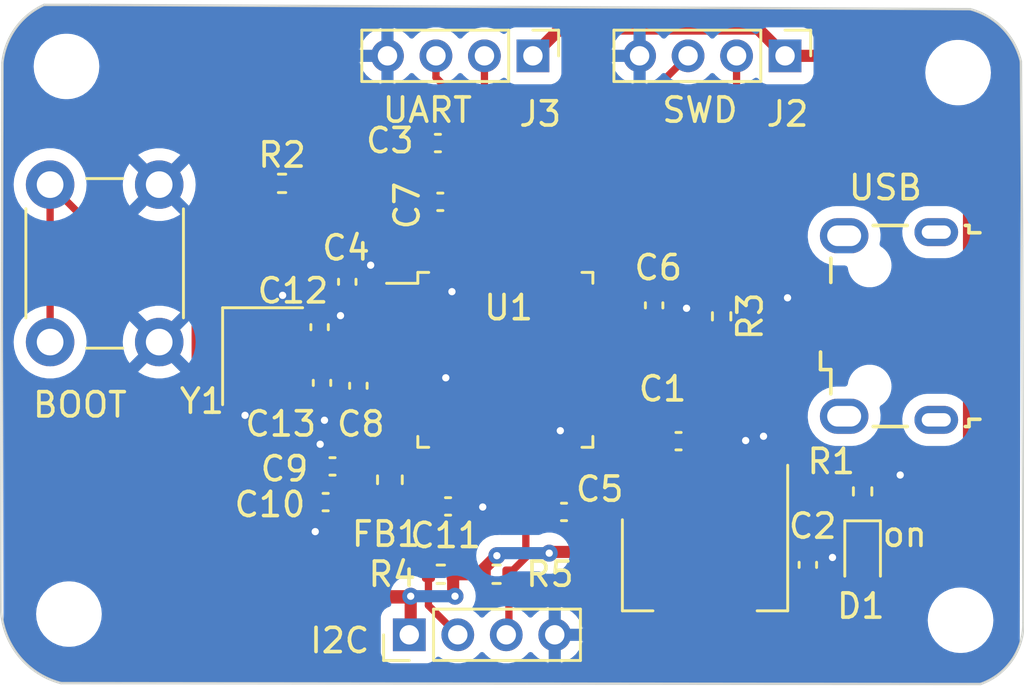
<source format=kicad_pcb>
(kicad_pcb (version 20221018) (generator pcbnew)
  (layers (0 "F.Cu" signal) (31 "B.Cu" power) (34 "B.Paste" user) (35 "F.Paste" user) (36 "B.SilkS" user "B.Silkscreen") (37 "F.SilkS" user "F.Silkscreen") (38 "B.Mask" user) (39 "F.Mask" user) (44 "Edge.Cuts" user))
  (net 0 "")
  (net 1 "+3.3V")
  (net 2 "GND")
  (net 3 "+3.3VA")
  (net 4 "/NRST")
  (net 5 "/HSE_IN")
  (net 6 "/HSE_OUT")
  (net 7 "VBUS")
  (net 8 "/PWR_LED_K")
  (net 9 "/USB_D-")
  (net 10 "/USB_D+")
  (net 13 "/SWDIO")
  (net 14 "/SWCLK")
  (net 15 "/USART1_TX")
  (net 16 "/USART1_RX")
  (net 17 "/I2C_SCL")
  (net 18 "/I2C_SDA")
  (net 19 "/SW_BOOTO")
  (net 20 "/BOOTO")
  (footprint "Resistor_SMD:R_0402_1005Metric" (layer "F.Cu") (at 150.9 96.18 90)
    (fp_text reference "R1" (at 1.2348 -1.294 180) (layer "F.SilkS"))
    (fp_text value "1k5" hide)
    (fp_line (start -0.153641 -0.38) (end 0.153641 -0.38) (stroke (width 0.12)) (layer "F.SilkS"))
    (fp_line (start -0.153641 0.38) (end 0.153641 0.38) (stroke (width 0.12)) (layer "F.SilkS"))
    (pad "1" smd roundrect (at -0.51 0 90) (size 0.54 0.64) (layers "F.Cu" "F.Paste" "F.Mask") (net 8 "/PWR_LED_K"))
    (pad "2" smd roundrect (at 0.51 0 90) (size 0.54 0.64) (layers "F.Cu" "F.Paste" "F.Mask") (net 2 "GND"))
  )
  (footprint "Package_QFP:LQFP-48_7x7mm_P0.5mm" (layer "F.Cu") (at 136.1625 90.75)
    (fp_text reference "U1" (at 0.1339 -2.1548) (layer "F.SilkS"))
    (fp_text value "STM32F103C8" hide)
    (fp_line (start -3.61 -3.61) (end -3.61 -3.16) (stroke (width 0.12)) (layer "F.SilkS"))
    (fp_line (start -3.61 -3.16) (end -4.9 -3.16) (stroke (width 0.12)) (layer "F.SilkS"))
    (fp_line (start -3.61 3.61) (end -3.61 3.16) (stroke (width 0.12)) (layer "F.SilkS"))
    (fp_line (start -3.16 -3.61) (end -3.61 -3.61) (stroke (width 0.12)) (layer "F.SilkS"))
    (fp_line (start -3.16 3.61) (end -3.61 3.61) (stroke (width 0.12)) (layer "F.SilkS"))
    (fp_line (start 3.16 -3.61) (end 3.61 -3.61) (stroke (width 0.12)) (layer "F.SilkS"))
    (fp_line (start 3.16 3.61) (end 3.61 3.61) (stroke (width 0.12)) (layer "F.SilkS"))
    (fp_line (start 3.61 -3.61) (end 3.61 -3.16) (stroke (width 0.12)) (layer "F.SilkS"))
    (fp_line (start 3.61 3.61) (end 3.61 3.16) (stroke (width 0.12)) (layer "F.SilkS"))
    (pad "1" smd roundrect (at -4.1625 -2.75) (size 1.475 0.3) (layers "F.Cu" "F.Paste" "F.Mask") (net 1 "+3.3V"))
    (pad "2" smd roundrect (at -4.1625 -2.25) (size 1.475 0.3) (layers "F.Cu" "F.Paste" "F.Mask"))
    (pad "3" smd roundrect (at -4.1625 -1.75) (size 1.475 0.3) (layers "F.Cu" "F.Paste" "F.Mask"))
    (pad "4" smd roundrect (at -4.1625 -1.25) (size 1.475 0.3) (layers "F.Cu" "F.Paste" "F.Mask"))
    (pad "5" smd roundrect (at -4.1625 -0.75) (size 1.475 0.3) (layers "F.Cu" "F.Paste" "F.Mask") (net 5 "/HSE_IN"))
    (pad "6" smd roundrect (at -4.1625 -0.25) (size 1.475 0.3) (layers "F.Cu" "F.Paste" "F.Mask") (net 6 "/HSE_OUT"))
    (pad "7" smd roundrect (at -4.1625 0.25) (size 1.475 0.3) (layers "F.Cu" "F.Paste" "F.Mask") (net 4 "/NRST"))
    (pad "8" smd roundrect (at -4.1625 0.75) (size 1.475 0.3) (layers "F.Cu" "F.Paste" "F.Mask") (net 2 "GND"))
    (pad "9" smd roundrect (at -4.1625 1.25) (size 1.475 0.3) (layers "F.Cu" "F.Paste" "F.Mask") (net 3 "+3.3VA"))
    (pad "10" smd roundrect (at -4.1625 1.75) (size 1.475 0.3) (layers "F.Cu" "F.Paste" "F.Mask"))
    (pad "11" smd roundrect (at -4.1625 2.25) (size 1.475 0.3) (layers "F.Cu" "F.Paste" "F.Mask"))
    (pad "12" smd roundrect (at -4.1625 2.75) (size 1.475 0.3) (layers "F.Cu" "F.Paste" "F.Mask"))
    (pad "13" smd roundrect (at -2.75 4.1625) (size 0.3 1.475) (layers "F.Cu" "F.Paste" "F.Mask"))
    (pad "14" smd roundrect (at -2.25 4.1625) (size 0.3 1.475) (layers "F.Cu" "F.Paste" "F.Mask"))
    (pad "15" smd roundrect (at -1.75 4.1625) (size 0.3 1.475) (layers "F.Cu" "F.Paste" "F.Mask"))
    (pad "16" smd roundrect (at -1.25 4.1625) (size 0.3 1.475) (layers "F.Cu" "F.Paste" "F.Mask"))
    (pad "17" smd roundrect (at -0.75 4.1625) (size 0.3 1.475) (layers "F.Cu" "F.Paste" "F.Mask"))
    (pad "18" smd roundrect (at -0.25 4.1625) (size 0.3 1.475) (layers "F.Cu" "F.Paste" "F.Mask"))
    (pad "19" smd roundrect (at 0.25 4.1625) (size 0.3 1.475) (layers "F.Cu" "F.Paste" "F.Mask"))
    (pad "20" smd roundrect (at 0.75 4.1625) (size 0.3 1.475) (layers "F.Cu" "F.Paste" "F.Mask"))
    (pad "21" smd roundrect (at 1.25 4.1625) (size 0.3 1.475) (layers "F.Cu" "F.Paste" "F.Mask") (net 17 "/I2C_SCL"))
    (pad "22" smd roundrect (at 1.75 4.1625) (size 0.3 1.475) (layers "F.Cu" "F.Paste" "F.Mask") (net 18 "/I2C_SDA"))
    (pad "23" smd roundrect (at 2.25 4.1625) (size 0.3 1.475) (layers "F.Cu" "F.Paste" "F.Mask") (net 2 "GND"))
    (pad "24" smd roundrect (at 2.75 4.1625) (size 0.3 1.475) (layers "F.Cu" "F.Paste" "F.Mask") (net 1 "+3.3V"))
    (pad "25" smd roundrect (at 4.1625 2.75) (size 1.475 0.3) (layers "F.Cu" "F.Paste" "F.Mask"))
    (pad "26" smd roundrect (at 4.1625 2.25) (size 1.475 0.3) (layers "F.Cu" "F.Paste" "F.Mask"))
    (pad "27" smd roundrect (at 4.1625 1.75) (size 1.475 0.3) (layers "F.Cu" "F.Paste" "F.Mask"))
    (pad "28" smd roundrect (at 4.1625 1.25) (size 1.475 0.3) (layers "F.Cu" "F.Paste" "F.Mask"))
    (pad "29" smd roundrect (at 4.1625 0.75) (size 1.475 0.3) (layers "F.Cu" "F.Paste" "F.Mask"))
    (pad "30" smd roundrect (at 4.1625 0.25) (size 1.475 0.3) (layers "F.Cu" "F.Paste" "F.Mask"))
    (pad "31" smd roundrect (at 4.1625 -0.25) (size 1.475 0.3) (layers "F.Cu" "F.Paste" "F.Mask"))
    (pad "32" smd roundrect (at 4.1625 -0.75) (size 1.475 0.3) (layers "F.Cu" "F.Paste" "F.Mask") (net 9 "/USB_D-"))
    (pad "33" smd roundrect (at 4.1625 -1.25) (size 1.475 0.3) (layers "F.Cu" "F.Paste" "F.Mask") (net 10 "/USB_D+"))
    (pad "34" smd roundrect (at 4.1625 -1.75) (size 1.475 0.3) (layers "F.Cu" "F.Paste" "F.Mask") (net 13 "/SWDIO"))
    (pad "35" smd roundrect (at 4.1625 -2.25) (size 1.475 0.3) (layers "F.Cu" "F.Paste" "F.Mask") (net 2 "GND"))
    (pad "36" smd roundrect (at 4.1625 -2.75) (size 1.475 0.3) (layers "F.Cu" "F.Paste" "F.Mask") (net 1 "+3.3V"))
    (pad "37" smd roundrect (at 2.75 -4.1625) (size 0.3 1.475) (layers "F.Cu" "F.Paste" "F.Mask") (net 14 "/SWCLK"))
    (pad "38" smd roundrect (at 2.25 -4.1625) (size 0.3 1.475) (layers "F.Cu" "F.Paste" "F.Mask"))
    (pad "39" smd roundrect (at 1.75 -4.1625) (size 0.3 1.475) (layers "F.Cu" "F.Paste" "F.Mask"))
    (pad "40" smd roundrect (at 1.25 -4.1625) (size 0.3 1.475) (layers "F.Cu" "F.Paste" "F.Mask"))
    (pad "41" smd roundrect (at 0.75 -4.1625) (size 0.3 1.475) (layers "F.Cu" "F.Paste" "F.Mask"))
    (pad "42" smd roundrect (at 0.25 -4.1625) (size 0.3 1.475) (layers "F.Cu" "F.Paste" "F.Mask") (net 15 "/USART1_TX"))
    (pad "43" smd roundrect (at -0.25 -4.1625) (size 0.3 1.475) (layers "F.Cu" "F.Paste" "F.Mask") (net 16 "/USART1_RX"))
    (pad "44" smd roundrect (at -0.75 -4.1625) (size 0.3 1.475) (layers "F.Cu" "F.Paste" "F.Mask") (net 20 "/BOOTO"))
    (pad "45" smd roundrect (at -1.25 -4.1625) (size 0.3 1.475) (layers "F.Cu" "F.Paste" "F.Mask"))
    (pad "46" smd roundrect (at -1.75 -4.1625) (size 0.3 1.475) (layers "F.Cu" "F.Paste" "F.Mask"))
    (pad "47" smd roundrect (at -2.25 -4.1625) (size 0.3 1.475) (layers "F.Cu" "F.Paste" "F.Mask") (net 2 "GND"))
    (pad "48" smd roundrect (at -2.75 -4.1625) (size 0.3 1.475) (layers "F.Cu" "F.Paste" "F.Mask") (net 1 "+3.3V"))
  )
  (footprint "Resistor_SMD:R_0402_1005Metric" (layer "F.Cu") (at 145.0848 88.9528 -90)
    (fp_text reference "R3" (at 0 -1.17 90) (layer "F.SilkS"))
    (fp_text value "1k5" hide)
    (fp_line (start -0.153641 -0.38) (end 0.153641 -0.38) (stroke (width 0.12)) (layer "F.SilkS"))
    (fp_line (start -0.153641 0.38) (end 0.153641 0.38) (stroke (width 0.12)) (layer "F.SilkS"))
    (pad "1" smd roundrect (at -0.51 0 270) (size 0.54 0.64) (layers "F.Cu" "F.Paste" "F.Mask") (net 1 "+3.3V"))
    (pad "2" smd roundrect (at 0.51 0 270) (size 0.54 0.64) (layers "F.Cu" "F.Paste" "F.Mask") (net 10 "/USB_D+"))
  )
  (footprint "Capacitor_SMD:C_0402_1005Metric" (layer "F.Cu") (at 142.3 88.5 -90)
    (fp_text reference "C6" (at -1.5558 -0.1686 -180) (layer "F.SilkS"))
    (fp_text value "100n" hide)
    (fp_line (start -0.107836 -0.36) (end 0.107836 -0.36) (stroke (width 0.12)) (layer "F.SilkS"))
    (fp_line (start -0.107836 0.36) (end 0.107836 0.36) (stroke (width 0.12)) (layer "F.SilkS"))
    (pad "1" smd roundrect (at -0.48 0 270) (size 0.56 0.62) (layers "F.Cu" "F.Paste" "F.Mask") (net 1 "+3.3V"))
    (pad "2" smd roundrect (at 0.48 0 270) (size 0.56 0.62) (layers "F.Cu" "F.Paste" "F.Mask") (net 2 "GND"))
  )
  (footprint "Capacitor_SMD:C_0402_1005Metric" (layer "F.Cu") (at 133.38 81.8)
    (fp_text reference "C3" (at -1.98 -0.1) (layer "F.SilkS"))
    (fp_text value "10u" hide)
    (fp_line (start -0.107836 -0.36) (end 0.107836 -0.36) (stroke (width 0.12)) (layer "F.SilkS"))
    (fp_line (start -0.107836 0.36) (end 0.107836 0.36) (stroke (width 0.12)) (layer "F.SilkS"))
    (pad "1" smd roundrect (at -0.48 0) (size 0.56 0.62) (layers "F.Cu" "F.Paste" "F.Mask") (net 1 "+3.3V"))
    (pad "2" smd roundrect (at 0.48 0) (size 0.56 0.62) (layers "F.Cu" "F.Paste" "F.Mask") (net 2 "GND"))
  )
  (footprint "Capacitor_SMD:C_0402_1005Metric" (layer "F.Cu") (at 148.6408 99.2124 90)
    (fp_text reference "C2" (at 1.6 0.2 180) (layer "F.SilkS"))
    (fp_text value "22u" hide)
    (fp_line (start -0.107836 -0.36) (end 0.107836 -0.36) (stroke (width 0.12)) (layer "F.SilkS"))
    (fp_line (start -0.107836 0.36) (end 0.107836 0.36) (stroke (width 0.12)) (layer "F.SilkS"))
    (pad "1" smd roundrect (at -0.48 0 90) (size 0.56 0.62) (layers "F.Cu" "F.Paste" "F.Mask") (net 1 "+3.3V"))
    (pad "2" smd roundrect (at 0.48 0 90) (size 0.56 0.62) (layers "F.Cu" "F.Paste" "F.Mask") (net 2 "GND"))
  )
  (footprint "Resistor_SMD:R_0402_1005Metric" (layer "F.Cu") (at 126.9512 83.4644)
    (fp_text reference "R2" (at 0 -1.17) (layer "F.SilkS"))
    (fp_text value "10k" hide)
    (fp_line (start -0.153641 -0.38) (end 0.153641 -0.38) (stroke (width 0.12)) (layer "F.SilkS"))
    (fp_line (start -0.153641 0.38) (end 0.153641 0.38) (stroke (width 0.12)) (layer "F.SilkS"))
    (pad "1" smd roundrect (at -0.51 0) (size 0.54 0.64) (layers "F.Cu" "F.Paste" "F.Mask") (net 19 "/SW_BOOTO"))
    (pad "2" smd roundrect (at 0.51 0) (size 0.54 0.64) (layers "F.Cu" "F.Paste" "F.Mask") (net 20 "/BOOTO"))
  )
  (footprint "Resistor_SMD:R_0402_1005Metric" (layer "F.Cu") (at 133.5 99.6 180)
    (fp_text reference "R4" (at 2 0) (layer "F.SilkS"))
    (fp_text value "1k5" hide)
    (fp_line (start -0.153641 -0.38) (end 0.153641 -0.38) (stroke (width 0.12)) (layer "F.SilkS"))
    (fp_line (start -0.153641 0.38) (end 0.153641 0.38) (stroke (width 0.12)) (layer "F.SilkS"))
    (pad "1" smd roundrect (at -0.51 0 180) (size 0.54 0.64) (layers "F.Cu" "F.Paste" "F.Mask") (net 1 "+3.3V"))
    (pad "2" smd roundrect (at 0.51 0 180) (size 0.54 0.64) (layers "F.Cu" "F.Paste" "F.Mask") (net 17 "/I2C_SCL"))
  )
  (footprint "Capacitor_SMD:C_0402_1005Metric" (layer "F.Cu") (at 133.8 96.8)
    (fp_text reference "C11" (at -0.1 1.2) (layer "F.SilkS"))
    (fp_text value "100n" hide)
    (fp_line (start -0.107836 -0.36) (end 0.107836 -0.36) (stroke (width 0.12)) (layer "F.SilkS"))
    (fp_line (start -0.107836 0.36) (end 0.107836 0.36) (stroke (width 0.12)) (layer "F.SilkS"))
    (pad "1" smd roundrect (at -0.48 0) (size 0.56 0.62) (layers "F.Cu" "F.Paste" "F.Mask") (net 4 "/NRST"))
    (pad "2" smd roundrect (at 0.48 0) (size 0.56 0.62) (layers "F.Cu" "F.Paste" "F.Mask") (net 2 "GND"))
  )
  (footprint "Capacitor_SMD:C_0402_1005Metric" (layer "F.Cu") (at 133.4796 84.2264)
    (fp_text reference "C7" (at -1.3716 0.1524 90) (layer "F.SilkS"))
    (fp_text value "100n" hide)
    (fp_line (start -0.107836 -0.36) (end 0.107836 -0.36) (stroke (width 0.12)) (layer "F.SilkS"))
    (fp_line (start -0.107836 0.36) (end 0.107836 0.36) (stroke (width 0.12)) (layer "F.SilkS"))
    (pad "1" smd roundrect (at -0.48 0) (size 0.56 0.62) (layers "F.Cu" "F.Paste" "F.Mask") (net 1 "+3.3V"))
    (pad "2" smd roundrect (at 0.48 0) (size 0.56 0.62) (layers "F.Cu" "F.Paste" "F.Mask") (net 2 "GND"))
  )
  (footprint "Capacitor_SMD:C_0402_1005Metric" (layer "F.Cu") (at 128.6 91.7 -90)
    (fp_text reference "C13" (at 1.6958 1.7016) (layer "F.SilkS"))
    (fp_text value "10p" hide)
    (fp_line (start -0.107836 -0.36) (end 0.107836 -0.36) (stroke (width 0.12)) (layer "F.SilkS"))
    (fp_line (start -0.107836 0.36) (end 0.107836 0.36) (stroke (width 0.12)) (layer "F.SilkS"))
    (pad "1" smd roundrect (at -0.48 0 270) (size 0.56 0.62) (layers "F.Cu" "F.Paste" "F.Mask") (net 6 "/HSE_OUT"))
    (pad "2" smd roundrect (at 0.48 0 270) (size 0.56 0.62) (layers "F.Cu" "F.Paste" "F.Mask") (net 2 "GND"))
  )
  (footprint "Capacitor_SMD:C_0402_1005Metric" (layer "F.Cu") (at 128.5 89.4 90)
    (fp_text reference "C12" (at 1.5 -1.1 180) (layer "F.SilkS"))
    (fp_text value "10p" hide)
    (fp_line (start -0.107836 -0.36) (end 0.107836 -0.36) (stroke (width 0.12)) (layer "F.SilkS"))
    (fp_line (start -0.107836 0.36) (end 0.107836 0.36) (stroke (width 0.12)) (layer "F.SilkS"))
    (pad "1" smd roundrect (at -0.48 0 90) (size 0.56 0.62) (layers "F.Cu" "F.Paste" "F.Mask") (net 5 "/HSE_IN"))
    (pad "2" smd roundrect (at 0.48 0 90) (size 0.56 0.62) (layers "F.Cu" "F.Paste" "F.Mask") (net 2 "GND"))
  )
  (footprint "Connector_PinHeader_2.00mm:PinHeader_1x04_P2.00mm_Vertical" (layer "F.Cu") (at 132.2 102.1 90)
    (fp_text reference "J4" hide)
    (fp_text value "Conn_01x04_Pin" hide)
    (fp_line (start -1.06 -1.06) (end 0 -1.06) (stroke (width 0.12)) (layer "F.SilkS"))
    (fp_line (start -1.06 0) (end -1.06 -1.06) (stroke (width 0.12)) (layer "F.SilkS"))
    (fp_line (start -1.06 1) (end -1.06 7.06) (stroke (width 0.12)) (layer "F.SilkS"))
    (fp_line (start -1.06 1) (end 1.06 1) (stroke (width 0.12)) (layer "F.SilkS"))
    (fp_line (start -1.06 7.06) (end 1.06 7.06) (stroke (width 0.12)) (layer "F.SilkS"))
    (fp_line (start 1.06 1) (end 1.06 7.06) (stroke (width 0.12)) (layer "F.SilkS"))
    (pad "1" thru_hole rect (at 0 0 90) (size 1.35 1.35) (drill 0.8) (layers "*.Cu" "*.Mask") (net 1 "+3.3V"))
    (pad "2" thru_hole oval (at 0 2 90) (size 1.35 1.35) (drill 0.8) (layers "*.Cu" "*.Mask") (net 17 "/I2C_SCL"))
    (pad "3" thru_hole oval (at 0 4 90) (size 1.35 1.35) (drill 0.8) (layers "*.Cu" "*.Mask") (net 18 "/I2C_SDA"))
    (pad "4" thru_hole oval (at 0 6 90) (size 1.35 1.35) (drill 0.8) (layers "*.Cu" "*.Mask") (net 2 "GND"))
  )
  (footprint "MountingHole:MountingHole_2.2mm_M2" (layer "F.Cu") (at 118.1608 101.2444)
    (fp_text reference "H2")
    (fp_text value "MountingHole" hide)
    (pad "" np_thru_hole circle (at 0 0) (size 2.2 2.2) (drill 2.2) (layers "*.Cu" "*.Mask"))
  )
  (footprint "MountingHole:MountingHole_2.2mm_M2" (layer "F.Cu") (at 154.8384 78.8924)
    (fp_text reference "H3")
    (fp_text value "MountingHole" hide)
    (pad "" np_thru_hole circle (at 0 0) (size 2.2 2.2) (drill 2.2) (layers "F&B.Cu" "*.Mask"))
  )
  (footprint "Capacitor_SMD:C_0402_1005Metric" (layer "F.Cu") (at 128.75 96.6216 180)
    (fp_text reference "C10" (at 2.3 -0.1) (layer "F.SilkS"))
    (fp_text value "1u" hide)
    (fp_line (start -0.107836 -0.36) (end 0.107836 -0.36) (stroke (width 0.12)) (layer "F.SilkS"))
    (fp_line (start -0.107836 0.36) (end 0.107836 0.36) (stroke (width 0.12)) (layer "F.SilkS"))
    (pad "1" smd roundrect (at -0.48 0 180) (size 0.56 0.62) (layers "F.Cu" "F.Paste" "F.Mask") (net 1 "+3.3V"))
    (pad "2" smd roundrect (at 0.48 0 180) (size 0.56 0.62) (layers "F.Cu" "F.Paste" "F.Mask") (net 2 "GND"))
  )
  (footprint "Connector_PinHeader_2.00mm:PinHeader_1x04_P2.00mm_Vertical" (layer "F.Cu") (at 147.7 78.2 -90)
    (fp_text reference "J2" (at 2.4 -0.1 -180) (layer "F.SilkS"))
    (fp_text value "Conn_01x04_Pin" hide)
    (fp_line (start -1.06 -1.06) (end 0 -1.06) (stroke (width 0.12)) (layer "F.SilkS"))
    (fp_line (start -1.06 0) (end -1.06 -1.06) (stroke (width 0.12)) (layer "F.SilkS"))
    (fp_line (start -1.06 1) (end -1.06 7.06) (stroke (width 0.12)) (layer "F.SilkS"))
    (fp_line (start -1.06 1) (end 1.06 1) (stroke (width 0.12)) (layer "F.SilkS"))
    (fp_line (start -1.06 7.06) (end 1.06 7.06) (stroke (width 0.12)) (layer "F.SilkS"))
    (fp_line (start 1.06 1) (end 1.06 7.06) (stroke (width 0.12)) (layer "F.SilkS"))
    (pad "1" thru_hole rect (at 0 0 270) (size 1.35 1.35) (drill 0.8) (layers "*.Cu" "*.Mask") (net 1 "+3.3V"))
    (pad "2" thru_hole oval (at 0 2 270) (size 1.35 1.35) (drill 0.8) (layers "*.Cu" "*.Mask") (net 13 "/SWDIO"))
    (pad "3" thru_hole oval (at 0 4 270) (size 1.35 1.35) (drill 0.8) (layers "*.Cu" "*.Mask") (net 14 "/SWCLK"))
    (pad "4" thru_hole oval (at 0 6 270) (size 1.35 1.35) (drill 0.8) (layers "*.Cu" "*.Mask") (net 2 "GND"))
  )
  (footprint "Resistor_SMD:R_0402_1005Metric" (layer "F.Cu") (at 135.8 99.6)
    (fp_text reference "R5" (at 2.2 0) (layer "F.SilkS"))
    (fp_text value "1k5" hide)
    (fp_line (start -0.153641 -0.38) (end 0.153641 -0.38) (stroke (width 0.12)) (layer "F.SilkS"))
    (fp_line (start -0.153641 0.38) (end 0.153641 0.38) (stroke (width 0.12)) (layer "F.SilkS"))
    (pad "1" smd roundrect (at -0.51 0) (size 0.54 0.64) (layers "F.Cu" "F.Paste" "F.Mask") (net 1 "+3.3V"))
    (pad "2" smd roundrect (at 0.51 0) (size 0.54 0.64) (layers "F.Cu" "F.Paste" "F.Mask") (net 18 "/I2C_SDA"))
  )
  (footprint "Connector_USB:USB_Micro-B_Wuerth_629105150521" (layer "F.Cu") (at 151.9886 89.3526 90)
    (fp_text reference "J1" hide)
    (fp_text value "USB_B_Micro" hide)
    (fp_line (start -4.15 -0.65) (end -4.15 0.75) (stroke (width 0.15)) (layer "F.SilkS"))
    (fp_line (start -4.15 3.15) (end -4.15 3.3) (stroke (width 0.15)) (layer "F.SilkS"))
    (fp_line (start -4.15 3.3) (end -3.85 3.3) (stroke (width 0.15)) (layer "F.SilkS"))
    (fp_line (start -3.85 3.3) (end -3.85 3.75) (stroke (width 0.15)) (layer "F.SilkS"))
    (fp_line (start -1.8 -2.825) (end -1.8 -2.4) (stroke (width 0.15)) (layer "F.SilkS"))
    (fp_line (start -1.8 -2.4) (end -2.8 -2.4) (stroke (width 0.15)) (layer "F.SilkS"))
    (fp_line (start -1.075 -2.825) (end -1.8 -2.825) (stroke (width 0.15)) (layer "F.SilkS"))
    (fp_line (start 1.8 -2.4) (end 2.8 -2.4) (stroke (width 0.15)) (layer "F.SilkS"))
    (fp_line (start 3.85 3.3) (end 4.15 3.3) (stroke (width 0.15)) (layer "F.SilkS"))
    (fp_line (start 3.85 3.75) (end 3.85 3.3) (stroke (width 0.15)) (layer "F.SilkS"))
    (fp_line (start 4.15 0.75) (end 4.15 -0.65) (stroke (width 0.15)) (layer "F.SilkS"))
    (fp_line (start 4.15 3.3) (end 4.15 3.15) (stroke (width 0.15)) (layer "F.SilkS"))
    (pad "" np_thru_hole oval (at -2.5 -0.8 90) (size 0.8 0.8) (drill 0.8) (layers "*.Cu" "*.Mask"))
    (pad "" np_thru_hole oval (at 2.5 -0.8 90) (size 0.8 0.8) (drill 0.8) (layers "*.Cu" "*.Mask"))
    (pad "1" smd rect (at -1.3 -1.9 90) (size 0.45 1.3) (layers "F.Cu" "F.Paste" "F.Mask") (net 7 "VBUS"))
    (pad "2" smd rect (at -0.65 -1.9 90) (size 0.45 1.3) (layers "F.Cu" "F.Paste" "F.Mask") (net 9 "/USB_D-"))
    (pad "3" smd rect (at 0 -1.9 90) (size 0.45 1.3) (layers "F.Cu" "F.Paste" "F.Mask") (net 10 "/USB_D+"))
    (pad "4" smd rect (at 0.65 -1.9 90) (size 0.45 1.3) (layers "F.Cu" "F.Paste" "F.Mask"))
    (pad "5" smd rect (at 1.3 -1.9 90) (size 0.45 1.3) (layers "F.Cu" "F.Paste" "F.Mask") (net 2 "GND"))
    (pad "6" thru_hole oval (at -3.875 1.95 90) (size 1.15 1.8) (drill oval 0.55 1.2) (layers "*.Cu" "*.Mask"))
    (pad "6" thru_hole oval (at -3.725 -1.85 90) (size 1.45 2) (drill oval 0.85 1.4) (layers "*.Cu" "*.Mask"))
    (pad "6" thru_hole oval (at 3.725 -1.85 90) (size 1.45 2) (drill oval 0.85 1.4) (layers "*.Cu" "*.Mask"))
    (pad "6" thru_hole oval (at 3.875 1.95 90) (size 1.15 1.8) (drill oval 0.55 1.2) (layers "*.Cu" "*.Mask"))
  )
  (footprint "Capacitor_SMD:C_0402_1005Metric" (layer "F.Cu") (at 138.5824 97.028 180)
    (fp_text reference "C5" (at -1.4732 0.9398) (layer "F.SilkS"))
    (fp_text value "100n" hide)
    (fp_line (start -0.107836 -0.36) (end 0.107836 -0.36) (stroke (width 0.12)) (layer "F.SilkS"))
    (fp_line (start -0.107836 0.36) (end 0.107836 0.36) (stroke (width 0.12)) (layer "F.SilkS"))
    (pad "1" smd roundrect (at -0.48 0 180) (size 0.56 0.62) (layers "F.Cu" "F.Paste" "F.Mask") (net 1 "+3.3V"))
    (pad "2" smd roundrect (at 0.48 0 180) (size 0.56 0.62) (layers "F.Cu" "F.Paste" "F.Mask") (net 2 "GND"))
  )
  (footprint "Capacitor_SMD:C_0402_1005Metric" (layer "F.Cu") (at 130.1 91.82 90)
    (fp_text reference "C8" (at -1.58 0.1 180) (layer "F.SilkS"))
    (fp_text value "10u" hide)
    (fp_line (start -0.107836 -0.36) (end 0.107836 -0.36) (stroke (width 0.12)) (layer "F.SilkS"))
    (fp_line (start -0.107836 0.36) (end 0.107836 0.36) (stroke (width 0.12)) (layer "F.SilkS"))
    (pad "1" smd roundrect (at -0.48 0 90) (size 0.56 0.62) (layers "F.Cu" "F.Paste" "F.Mask") (net 3 "+3.3VA"))
    (pad "2" smd roundrect (at 0.48 0 90) (size 0.56 0.62) (layers "F.Cu" "F.Paste" "F.Mask") (net 2 "GND"))
  )
  (footprint "Crystal:Crystal_SMD_3225-4Pin_3.2x2.5mm" (layer "F.Cu") (at 126.15 90.6 -90)
    (fp_text reference "Y1" (at 1.856 2.5028 -180) (layer "F.SilkS"))
    (fp_text value "16MHZ" hide)
    (fp_line (start -2 -1.65) (end -2 1.65) (stroke (width 0.12)) (layer "F.SilkS"))
    (fp_line (start -2 1.65) (end 2 1.65) (stroke (width 0.12)) (layer "F.SilkS"))
    (pad "1" smd rect (at -1.1 0.85 270) (size 1.4 1.2) (layers "F.Cu" "F.Paste" "F.Mask") (net 5 "/HSE_IN"))
    (pad "2" smd rect (at 1.1 0.85 270) (size 1.4 1.2) (layers "F.Cu" "F.Paste" "F.Mask") (net 2 "GND"))
    (pad "3" smd rect (at 1.1 -0.85 270) (size 1.4 1.2) (layers "F.Cu" "F.Paste" "F.Mask") (net 6 "/HSE_OUT"))
    (pad "4" smd rect (at -1.1 -0.85 270) (size 1.4 1.2) (layers "F.Cu" "F.Paste" "F.Mask") (net 2 "GND"))
  )
  (footprint "Inductor_SMD:L_0603_1608Metric" (layer "F.Cu") (at 131.4 95.7 -90)
    (fp_text reference "FB1" (at 2.2424 0.1582) (layer "F.SilkS"))
    (fp_text value "120R" hide)
    (fp_line (start -0.162779 -0.51) (end 0.162779 -0.51) (stroke (width 0.12)) (layer "F.SilkS"))
    (fp_line (start -0.162779 0.51) (end 0.162779 0.51) (stroke (width 0.12)) (layer "F.SilkS"))
    (pad "1" smd roundrect (at -0.7875 0 270) (size 0.875 0.95) (layers "F.Cu" "F.Paste" "F.Mask") (net 3 "+3.3VA"))
    (pad "2" smd roundrect (at 0.7875 0 270) (size 0.875 0.95) (layers "F.Cu" "F.Paste" "F.Mask") (net 1 "+3.3V"))
  )
  (footprint "Button_Switch_THT:SW_PUSH_6mm" (layer "F.Cu") (at 121.884 83.5164 -90)
    (fp_text reference "SW1" hide)
    (fp_text value "SW_SPDT" hide)
    (fp_line (start -0.25 1.5) (end -0.25 3) (stroke (width 0.12)) (layer "F.SilkS"))
    (fp_line (start 1 5.5) (end 5.5 5.5) (stroke (width 0.12)) (layer "F.SilkS"))
    (fp_line (start 5.5 -1) (end 1 -1) (stroke (width 0.12)) (layer "F.SilkS"))
    (fp_line (start 6.75 3) (end 6.75 1.5) (stroke (width 0.12)) (layer "F.SilkS"))
    (pad "1" thru_hole circle (at 0 0) (size 2 2) (drill 1.1) (layers "*.Cu" "*.Mask") (net 2 "GND"))
    (pad "1" thru_hole circle (at 6.5 0) (size 2 2) (drill 1.1) (layers "*.Cu" "*.Mask") (net 2 "GND"))
    (pad "2" thru_hole circle (at 0 4.5) (size 2 2) (drill 1.1) (layers "*.Cu" "*.Mask") (net 19 "/SW_BOOTO"))
    (pad "2" thru_hole circle (at 6.5 4.5) (size 2 2) (drill 1.1) (layers "*.Cu" "*.Mask") (net 19 "/SW_BOOTO"))
  )
  (footprint "MountingHole:MountingHole_2.2mm_M2" (layer "F.Cu") (at 118.0592 78.6384)
    (fp_text reference "H1")
    (fp_text value "MountingHole" hide)
    (pad "" np_thru_hole circle (at 0 0) (size 2.2 2.2) (drill 2.2) (layers "*.Cu" "*.Mask"))
  )
  (footprint "Package_TO_SOT_SMD:SOT-223-3_TabPin2" (layer "F.Cu") (at 144.4 99.2 -90)
    (fp_text reference "U2" hide)
    (fp_text value "AMS1117-3.3" hide)
    (fp_line (start -4.1 -3.41) (end 1.91 -3.41) (stroke (width 0.12)) (layer "F.SilkS"))
    (fp_line (start -1.85 3.41) (end 1.91 3.41) (stroke (width 0.12)) (layer "F.SilkS"))
    (fp_line (start 1.91 -3.41) (end 1.91 -2.15) (stroke (width 0.12)) (layer "F.SilkS"))
    (fp_line (start 1.91 3.41) (end 1.91 2.15) (stroke (width 0.12)) (layer "F.SilkS"))
    (pad "1" smd rect (at -3.15 -2.3 270) (size 2 1.5) (layers "F.Cu" "F.Paste" "F.Mask") (net 2 "GND"))
    (pad "2" smd rect (at -3.15 0 270) (size 2 1.5) (layers "F.Cu" "F.Paste" "F.Mask") (net 1 "+3.3V"))
    (pad "2" smd rect (at 3.15 0 270) (size 2 3.8) (layers "F.Cu" "F.Paste" "F.Mask") (net 1 "+3.3V"))
    (pad "3" smd rect (at -3.15 2.3 270) (size 2 1.5) (layers "F.Cu" "F.Paste" "F.Mask") (net 7 "VBUS"))
  )
  (footprint "LED_SMD:LED_0603_1608Metric" (layer "F.Cu") (at 150.9 98.88 -90)
    (fp_text reference "D1" (at 2.0342 0.0748) (layer "F.SilkS"))
    (fp_text value "RED" hide)
    (fp_line (start -1.485 -0.735) (end -1.485 0.735) (stroke (width 0.12)) (layer "F.SilkS"))
    (fp_line (start -1.485 0.735) (end 0.8 0.735) (stroke (width 0.12)) (layer "F.SilkS"))
    (fp_line (start 0.8 -0.735) (end -1.485 -0.735) (stroke (width 0.12)) (layer "F.SilkS"))
    (pad "1" smd roundrect (at -0.7875 0 270) (size 0.875 0.95) (layers "F.Cu" "F.Paste" "F.Mask") (net 8 "/PWR_LED_K"))
    (pad "2" smd roundrect (at 0.7875 0 270) (size 0.875 0.95) (layers "F.Cu" "F.Paste" "F.Mask") (net 1 "+3.3V"))
  )
  (footprint "MountingHole:MountingHole_2.2mm_M2" (layer "F.Cu") (at 154.94 101.4984)
    (fp_text reference "H4")
    (fp_text value "MountingHole" hide)
    (pad "" np_thru_hole circle (at 0 0) (size 2.2 2.2) (drill 2.2) (layers "*.Cu" "*.Mask"))
  )
  (footprint "Capacitor_SMD:C_0402_1005Metric" (layer "F.Cu") (at 129.032 95.1484 180)
    (fp_text reference "C9" (at 1.98 -0.1 180) (layer "F.SilkS"))
    (fp_text value "1u" hide)
    (fp_line (start -0.107836 -0.36) (end 0.107836 -0.36) (stroke (width 0.12)) (layer "F.SilkS"))
    (fp_line (start -0.107836 0.36) (end 0.107836 0.36) (stroke (width 0.12)) (layer "F.SilkS"))
    (pad "1" smd roundrect (at -0.48 0 180) (size 0.56 0.62) (layers "F.Cu" "F.Paste" "F.Mask") (net 3 "+3.3VA"))
    (pad "2" smd roundrect (at 0.48 0 180) (size 0.56 0.62) (layers "F.Cu" "F.Paste" "F.Mask") (net 2 "GND"))
  )
  (footprint "Connector_PinHeader_2.00mm:PinHeader_1x04_P2.00mm_Vertical" (layer "F.Cu") (at 137.3 78.2 -90)
    (fp_text reference "J3" (at 2.4 -0.3 -180) (layer "F.SilkS"))
    (fp_text value "Conn_01x04_Pin" hide)
    (fp_line (start -1.06 -1.06) (end 0 -1.06) (stroke (width 0.12)) (layer "F.SilkS"))
    (fp_line (start -1.06 0) (end -1.06 -1.06) (stroke (width 0.12)) (layer "F.SilkS"))
    (fp_line (start -1.06 1) (end -1.06 7.06) (stroke (width 0.12)) (layer "F.SilkS"))
    (fp_line (start -1.06 1) (end 1.06 1) (stroke (width 0.12)) (layer "F.SilkS"))
    (fp_line (start -1.06 7.06) (end 1.06 7.06) (stroke (width 0.12)) (layer "F.SilkS"))
    (fp_line (start 1.06 1) (end 1.06 7.06) (stroke (width 0.12)) (layer "F.SilkS"))
    (pad "1" thru_hole rect (at 0 0 270) (size 1.35 1.35) (drill 0.8) (layers "*.Cu" "*.Mask") (net 1 "+3.3V"))
    (pad "2" thru_hole oval (at 0 2 270) (size 1.35 1.35) (drill 0.8) (layers "*.Cu" "*.Mask") (net 15 "/USART1_TX"))
    (pad "3" thru_hole oval (at 0 4 270) (size 1.35 1.35) (drill 0.8) (layers "*.Cu" "*.Mask") (net 16 "/USART1_RX"))
    (pad "4" thru_hole oval (at 0 6 270) (size 1.35 1.35) (drill 0.8) (layers "*.Cu" "*.Mask") (net 2 "GND"))
  )
  (footprint "Capacitor_SMD:C_0402_1005Metric" (layer "F.Cu") (at 129.6416 87.5284 90)
    (fp_text reference "C4" (at 1.4 -0.05 180) (layer "F.SilkS"))
    (fp_text value "100n" hide)
    (fp_line (start -0.107836 -0.36) (end 0.107836 -0.36) (stroke (width 0.12)) (layer "F.SilkS"))
    (fp_line (start -0.107836 0.36) (end 0.107836 0.36) (stroke (width 0.12)) (layer "F.SilkS"))
    (pad "1" smd roundrect (at -0.48 0 90) (size 0.56 0.62) (layers "F.Cu" "F.Paste" "F.Mask") (net 1 "+3.3V"))
    (pad "2" smd roundrect (at 0.48 0 90) (size 0.56 0.62) (layers "F.Cu" "F.Paste" "F.Mask") (net 2 "GND"))
  )
  (footprint "Capacitor_SMD:C_0402_1005Metric" (layer "F.Cu") (at 143.3068 94.107)
    (fp_text reference "C1" (at -0.6578 -2.159) (layer "F.SilkS"))
    (fp_text value "22u" hide)
    (fp_line (start -0.107836 -0.36) (end 0.107836 -0.36) (stroke (width 0.12)) (layer "F.SilkS"))
    (fp_line (start -0.107836 0.36) (end 0.107836 0.36) (stroke (width 0.12)) (layer "F.SilkS"))
    (pad "1" smd roundrect (at -0.48 0) (size 0.56 0.62) (layers "F.Cu" "F.Paste" "F.Mask") (net 7 "VBUS"))
    (pad "2" smd roundrect (at 0.48 0) (size 0.56 0.62) (layers "F.Cu" "F.Paste" "F.Mask") (net 2 "GND"))
  )
  (gr_line (start 157.429199 78.4352) (end 157.48 86.0552) (stroke (width 0.1)) (layer "Edge.Cuts"))
  (gr_line (start 115.417601 78.486) (end 115.3668 101.1428) (stroke (width 0.1)) (layer "Edge.Cuts"))
  (gr_line (start 157.48 86.0552) (end 157.5308 101.6) (stroke (width 0.1)) (layer "Edge.Cuts"))
  (gr_arc (start 117.83623 104.094193) (mid 116.12885 103.013975) (end 115.366801 101.1428) (stroke (width 0.1)) (layer "Edge.Cuts"))
  (gr_arc (start 115.417601 78.486) (mid 115.959447 77.060974) (end 117.138265 76.094183) (stroke (width 0.1)) (layer "Edge.Cuts"))
  (gr_arc (start 157.5308 101.6) (mid 157.055414 103.152636) (end 155.759991 104.131691) (stroke (width 0.1)) (layer "Edge.Cuts"))
  (gr_line (start 119.0244 76.0984) (end 117.1448 76.0984) (stroke (width 0.1)) (layer "Edge.Cuts"))
  (gr_arc (start 155.33689 76.273762) (mid 156.682751 77.06436) (end 157.429199 78.4352) (stroke (width 0.1)) (layer "Edge.Cuts"))
  (gr_line (start 117.83623 104.094193) (end 155.759991 104.131691) (stroke (width 0.1)) (layer "Edge.Cuts"))
  (gr_line (start 155.33689 76.273762) (end 119.0244 76.0984) (stroke (width 0.1)) (layer "Edge.Cuts"))
  (gr_text "BOOT\n" (at 116.586 93.1926) (layer "F.SilkS") (effects (font (size 1 1)) (justify left bottom)))
  (gr_text "I2C" (at 128.016 102.9208) (layer "F.SilkS") (effects (font (size 1 1)) (justify left bottom)))
  (gr_text "SWD" (at 142.5448 81.026) (layer "F.SilkS") (effects (font (size 1 1)) (justify left bottom)))
  (gr_text "USB\n" (at 150.241 84.2264) (layer "F.SilkS") (effects (font (size 1 1)) (justify left bottom)))
  (gr_text "on\n" (at 151.635 98.5375) (layer "F.SilkS") (effects (font (size 1 1)) (justify left bottom)))
  (gr_text "UART" (at 131.0132 81.026) (layer "F.SilkS") (effects (font (size 1 1)) (justify left bottom)))
  (segment (start 148.6408 99.6924) (end 145.9832 102.35) (width 0.5) (layer "F.Cu") (net 1))
  (segment (start 149.9362 102.2096) (end 150.2664 102.5398) (width 0.5) (layer "F.Cu") (net 1))
  (segment (start 133.4125 85.8637) (end 133.0452 85.4964) (width 0.3) (layer "F.Cu") (net 1))
  (segment (start 152.6413 80.8101) (end 152.2984 81.153) (width 0.5) (layer "F.Cu") (net 1))
  (segment (start 144.4 96.05) (end 144.4 102.35) (width 0.5) (layer "F.Cu") (net 1))
  (segment (start 150.8599 99.7076) (end 150.9 99.6675) (width 0.5) (layer "F.Cu") (net 1))
  (segment (start 149.9362 81.153) (end 147.5232 83.566) (width 0.5) (layer "F.Cu") (net 1))
  (segment (start 132 85.9498) (end 132 87.9) (width 0.5) (layer "F.Cu") (net 1))
  (segment (start 133.0452 81.9452) (end 132.9 81.8) (width 0.3) (layer "F.Cu") (net 1))
  (segment (start 130.3751 84.3249) (end 132.9 81.8) (width 0.5) (layer "F.Cu") (net 1))
  (segment (start 148.6408 99.6924) (end 148.656 99.7076) (width 0.5) (layer "F.Cu") (net 1))
  (segment (start 140.335 98.679) (end 140.335 98.3006) (width 0.5) (layer "F.Cu") (net 1))
  (segment (start 135.29 99.356993) (end 135.29 99.6) (width 0.5) (layer "F.Cu") (net 1))
  (segment (start 145.0848 88.4428) (end 144.4626 87.8206) (width 0.5) (layer "F.Cu") (net 1))
  (segment (start 124.1552 100.5586) (end 123.4694 99.8728) (width 0.5) (layer "F.Cu") (net 1))
  (segment (start 143.0946 88.02) (end 142.3 88.02) (width 0.5) (layer "F.Cu") (net 1))
  (segment (start 152.2984 81.153) (end 149.9362 81.153) (width 0.5) (layer "F.Cu") (net 1))
  (segment (start 140.335 103.7844) (end 140.335 98.679) (width 0.5) (layer "F.Cu") (net 1))
  (segment (start 152.4254 99.2378) (end 155.2886 96.3746) (width 0.5) (layer "F.Cu") (net 1))
  (segment (start 132.2578 100.5078) (end 132.2578 102.0422) (width 0.5) (layer "F.Cu") (net 1))
  (segment (start 132.2578 102.0422) (end 132.2 102.1) (width 0.5) (layer "F.Cu") (net 1))
  (segment (start 149.9362 99.7076) (end 150.8599 99.7076) (width 0.5) (layer "F.Cu") (net 1))
  (segment (start 152.6413 80.8101) (end 150.0312 78.2) (width 0.5) (layer "F.Cu") (net 1))
  (segment (start 123.4694 86.741) (end 124.2156 85.9948) (width 0.5) (layer "F.Cu") (net 1))
  (segment (start 155.2886 96.3746) (end 155.2886 83.4574) (width 0.5) (layer "F.Cu") (net 1))
  (segment (start 142.3 88.02) (end 142.28 88) (width 0.3) (layer "F.Cu") (net 1))
  (segment (start 123.4694 99.8728) (end 123.4694 86.741) (width 0.5) (layer "F.Cu") (net 1))
  (segment (start 134.01 99.6) (end 134.01 100.4312) (width 0.5) (layer "F.Cu") (net 1))
  (segment (start 124.2156 85.9948) (end 128.7052 85.9948) (width 0.5) (layer "F.Cu") (net 1))
  (segment (start 139.18 96.9) (end 139.18 96.6096) (width 0.3) (layer "F.Cu") (net 1))
  (segment (start 133.4125 86.5875) (end 133.4125 85.8637) (width 0.3) (layer "F.Cu") (net 1))
  (segment (start 138.9125 96.3421) (end 138.9125 94.9125) (width 0.3) (layer "F.Cu") (net 1))
  (segment (start 148.656 99.7076) (end 149.9362 99.7076) (width 0.5) (layer "F.Cu") (net 1))
  (segment (start 144.4626 87.8206) (end 143.294 87.8206) (width 0.5) (layer "F.Cu") (net 1))
  (segment (start 155.2886 83.4574) (end 152.6413 80.8101) (width 0.5) (layer "F.Cu") (net 1))
  (segment (start 147.5232 83.566) (end 147.5232 86.0044) (width 0.5) (layer "F.Cu") (net 1))
  (segment (start 129.65 88) (end 129.6416 88.0084) (width 0.3) (layer "F.Cu") (net 1))
  (segment (start 150.0312 78.2) (end 147.7 78.2) (width 0.5) (layer "F.Cu") (net 1))
  (segment (start 149.9362 100.584) (end 149.9362 103.8098) (width 0.5) (layer "F.Cu") (net 1))
  (segment (start 130.3751 84.3249) (end 132 85.9498) (width 0.5) (layer "F.Cu") (net 1))
  (segment (start 132.2578 100.5078) (end 131.064 100.5078) (width 0.5) (layer "F.Cu") (net 1))
  (segment (start 149.312103 103.875315) (end 140.41712 103.86652) (width 0.5) (layer "F.Cu") (net 1))
  (segment (start 147.7 78.2) (end 146.575 77.075) (width 0.5) (layer "F.Cu") (net 1))
  (segment (start 129.23 98.6738) (end 129.23 96.6216) (width 0.5) (layer "F.Cu") (net 1))
  (segment (start 140.41712 103.86652) (end 140.335 103.7844) (width 0.5) (layer "F.Cu") (net 1))
  (segment (start 133.0452 85.4964) (end 133.0452 81.9452) (width 0.3) (layer "F.Cu") (net 1))
  (segment (start 129.23 96.6216) (end 131.2659 96.6216) (width 0.5) (layer "F.Cu") (net 1))
  (segment (start 134.01 100.4312) (end 134.0866 100.5078) (width 0.5) (layer "F.Cu") (net 1))
  (segment (start 139.18 96.6096) (end 138.9125 96.3421) (width 0.3) (layer "F.Cu") (net 1))
  (segment (start 149.9362 99.7076) (end 149.9362 100.584) (width 0.5) (layer "F.Cu") (net 1))
  (segment (start 135.29 99.6) (end 134.01 99.6) (width 0.5) (layer "F.Cu") (net 1))
  (segment (start 132.2578 100.5078) (end 132.207 100.5586) (width 0.5) (layer "F.Cu") (net 1))
  (segment (start 131.2659 96.6216) (end 131.4 96.4875) (width 0.5) (layer "F.Cu") (net 1))
  (segment (start 146.575 77.075) (end 138.425 77.075) (width 0.5) (layer "F.Cu") (net 1))
  (segment (start 145.9832 102.35) (end 144.4 102.35) (width 0.5) (layer "F.Cu") (net 1))
  (segment (start 140.335 98.3006) (end 139.0624 97.028) (width 0.5) (layer "F.Cu") (net 1))
  (segment (start 149.870685 103.875315) (end 149.312103 103.875315) (width 0.5) (layer "F.Cu") (net 1))
  (segment (start 143.294 87.8206) (end 143.0946 88.02) (width 0.5) (layer "F.Cu") (net 1))
  (segment (start 131.064 100.5078) (end 129.23 98.6738) (width 0.5) (layer "F.Cu") (net 1))
  (segment (start 138.425 77.075) (end 137.3 78.2) (width 0.5) (layer "F.Cu") (net 1))
  (segment (start 142.28 88) (end 140.325 88) (width 0.3) (layer "F.Cu") (net 1))
  (segment (start 152.4254 100.3808) (end 152.4254 99.2378) (width 0.5) (layer "F.Cu") (net 1))
  (segment (start 149.9362 103.8098) (end 149.870685 103.875315) (width 0.5) (layer "F.Cu") (net 1))
  (segment (start 147.5232 86.0044) (end 145.0848 88.4428) (width 0.5) (layer "F.Cu") (net 1))
  (segment (start 135.812834 98.834159) (end 135.29 99.356993) (width 0.5) (layer "F.Cu") (net 1))
  (segment (start 138.0236 98.679) (end 137.9728 98.7298) (width 0.5) (layer "F.Cu") (net 1))
  (segment (start 149.9362 100.584) (end 149.9362 102.2096) (width 0.5) (layer "F.Cu") (net 1))
  (segment (start 132.207 100.5586) (end 124.1552 100.5586) (width 0.5) (layer "F.Cu") (net 1))
  (segment (start 150.2664 102.5398) (end 152.4254 100.3808) (width 0.5) (layer "F.Cu") (net 1))
  (segment (start 128.7052 85.9948) (end 130.3751 84.3249) (width 0.5) (layer "F.Cu") (net 1))
  (segment (start 132 88) (end 129.65 88) (width 0.3) (layer "F.Cu") (net 1))
  (segment (start 140.335 98.679) (end 138.0236 98.679) (width 0.5) (layer "F.Cu") (net 1))
  (via (at 134.0866 100.5078) (size 0.7) (drill 0.3) (layers "F.Cu" "B.Cu") (net 1))
  (via (at 132.2578 100.5078) (size 0.7) (drill 0.3) (layers "F.Cu" "B.Cu") (net 1))
  (via (at 137.9728 98.7298) (size 0.7) (drill 0.3) (layers "F.Cu" "B.Cu") (net 1))
  (via (at 135.812834 98.834159) (size 0.7) (drill 0.3) (layers "F.Cu" "B.Cu") (net 1))
  (segment (start 135.917193 98.7298) (end 135.812834 98.834159) (width 0.5) (layer "B.Cu") (net 1))
  (segment (start 137.9728 98.7298) (end 135.917193 98.7298) (width 0.5) (layer "B.Cu") (net 1))
  (segment (start 132.2578 100.5078) (end 134.0866 100.5078) (width 0.5) (layer "B.Cu") (net 1))
  (segment (start 125.3 91.7) (end 125.3 92.915) (width 0.3) (layer "F.Cu") (net 2))
  (segment (start 138.4125 94.9125) (end 138.4125 93.6927) (width 0.3) (layer "F.Cu") (net 2))
  (segment (start 127 89.5) (end 127 88.1126) (width 0.3) (layer "F.Cu") (net 2))
  (segment (start 149.4816 98.7324) (end 149.6568 98.9076) (width 0.3) (layer "F.Cu") (net 2))
  (segment (start 148.6408 98.7324) (end 149.4816 98.7324) (width 0.3) (layer "F.Cu") (net 2))
  (segment (start 141.163541 88.5) (end 140.325 88.5) (width 0.3) (layer "F.Cu") (net 2))
  (segment (start 143.7868 94.107) (end 146.05 94.107) (width 0.3) (layer "F.Cu") (net 2))
  (segment (start 146.7 94.0158) (end 146.7 96.05) (width 0.3) (layer "F.Cu") (net 2))
  (segment (start 143.2776 88.98) (end 143.637 88.6206) (width 0.3) (layer "F.Cu") (net 2))
  (segment (start 128.27 97.79) (end 128.3208 97.8408) (width 0.5) (layer "F.Cu") (net 2))
  (segment (start 133.9125 86.5875) (end 133.9125 87.8877) (width 0.3) (layer "F.Cu") (net 2))
  (segment (start 138.4125 93.6927) (end 138.43 93.6752) (width 0.3) (layer "F.Cu") (net 2))
  (segment (start 129.6416 87.0484) (end 130.401 87.0484) (width 0.3) (layer "F.Cu") (net 2))
  (segment (start 133.9125 86.5875) (end 133.9125 81.8525) (width 0.3) (layer "F.Cu") (net 2))
  (segment (start 133.9125 87.8877) (end 133.9596 87.9348) (width 0.3) (layer "F.Cu") (net 2))
  (segment (start 138.4125 94.9125) (end 138.4125 96.7075) (width 0.3) (layer "F.Cu") (net 2))
  (segment (start 128.27 96.6216) (end 128.27 97.79) (width 0.5) (layer "F.Cu") (net 2))
  (segment (start 128.6 92.18) (end 128.6 93.1416) (width 0.3) (layer "F.Cu") (net 2))
  (segment (start 129.3568 88.92) (end 129.3622 88.9254) (width 0.3) (layer "F.Cu") (net 2))
  (segment (start 146.05 94.107) (end 146.0754 94.0816) (width 0.3) (layer "F.Cu") (net 2))
  (segment (start 127 88.1126) (end 126.9746 88.0872) (width 0.3) (layer "F.Cu") (net 2))
  (segment (start 150.9 95.67) (end 152.2848 95.67) (width 0.3) (layer "F.Cu") (net 2))
  (segment (start 132 91.5) (end 133.6964 91.5) (width 0.3) (layer "F.Cu") (net 2))
  (segment (start 150.0886 88.0526) (end 147.9388 88.0526) (width 0.3) (layer "F.Cu") (net 2))
  (segment (start 128.5 88.92) (end 129.3568 88.92) (width 0.3) (layer "F.Cu") (net 2))
  (segment (start 130.26 91.5) (end 130.1 91.34) (width 0.3) (layer "F.Cu") (net 2))
  (segment (start 128.6 93.1416) (end 128.7018 93.2434) (width 0.3) (layer "F.Cu") (net 2))
  (segment (start 133.9125 81.8525) (end 133.86 81.8) (width 0.3) (layer "F.Cu") (net 2))
  (segment (start 146.812 93.9038) (end 146.7 94.0158) (width 0.3) (layer "F.Cu") (net 2))
  (segment (start 133.6964 91.5) (end 133.7056 91.4908) (width 0.3) (layer "F.Cu") (net 2))
  (segment (start 142.3 88.98) (end 143.2776 88.98) (width 0.3) (layer "F.Cu") (net 2))
  (segment (start 135.2048 96.8) (end 135.2296 96.8248) (width 0.5) (layer "F.Cu") (net 2))
  (segment (start 152.2848 95.67) (end 152.4508 95.504) (width 0.3) (layer "F.Cu") (net 2))
  (segment (start 134.28 96.8) (end 135.2048 96.8) (width 0.5) (layer "F.Cu") (net 2))
  (segment (start 147.9388 88.0526) (end 147.8026 88.1888) (width 0.3) (layer "F.Cu") (net 2))
  (segment (start 128.524 94.7928) (end 128.524 94.234) (width 0.5) (layer "F.Cu") (net 2))
  (segment (start 138.4125 96.7075) (end 138.22 96.9) (width 0.3) (layer "F.Cu") (net 2))
  (segment (start 132 91.5) (end 130.26 91.5) (width 0.3) (layer "F.Cu") (net 2))
  (segment (start 141.643541 88.98) (end 141.163541 88.5) (width 0.3) (layer "F.Cu") (net 2))
  (segment (start 142.3 88.98) (end 141.643541 88.98) (width 0.3) (layer "F.Cu") (net 2))
  (segment (start 125.3 92.915) (end 125.4252 93.0402) (width 0.3) (layer "F.Cu") (net 2))
  (segment (start 130.401 87.0484) (end 130.6068 86.8426) (width 0.3) (layer "F.Cu") (net 2))
  (via (at 135.2296 96.8248) (size 0.7) (drill 0.3) (layers "F.Cu" "B.Cu") (net 2))
  (via (at 138.43 93.6752) (size 0.7) (drill 0.3) (layers "F.Cu" "B.Cu") (net 2))
  (via (at 143.637 88.6206) (size 0.7) (drill 0.3) (layers "F.Cu" "B.Cu") (net 2))
  (via (at 125.4252 93.0402) (size 0.7) (drill 0.3) (layers "F.Cu" "B.Cu") (net 2))
  (via (at 147.8026 88.1888) (size 0.7) (drill 0.3) (layers "F.Cu" "B.Cu") (net 2))
  (via (at 149.6568 98.9076) (size 0.7) (drill 0.3) (layers "F.Cu" "B.Cu") (net 2))
  (via (at 128.3208 97.8408) (size 0.7) (drill 0.3) (layers "F.Cu" "B.Cu") (net 2))
  (via (at 129.3622 88.9254) (size 0.7) (drill 0.3) (layers "F.Cu" "B.Cu") (net 2))
  (via (at 130.6068 86.8426) (size 0.7) (drill 0.3) (layers "F.Cu" "B.Cu") (net 2))
  (via (at 146.812 93.9038) (size 0.7) (drill 0.3) (layers "F.Cu" "B.Cu") (net 2))
  (via (at 133.9596 87.9348) (size 0.7) (drill 0.3) (layers "F.Cu" "B.Cu") (net 2))
  (via (at 128.524 94.234) (size 0.7) (drill 0.3) (layers "F.Cu" "B.Cu") (net 2))
  (via (at 146.0754 94.0816) (size 0.7) (drill 0.3) (layers "F.Cu" "B.Cu") (net 2))
  (via (at 152.4508 95.504) (size 0.7) (drill 0.3) (layers "F.Cu" "B.Cu") (net 2))
  (via (at 133.7056 91.4908) (size 0.7) (drill 0.3) (layers "F.Cu" "B.Cu") (net 2))
  (via (at 126.9746 88.0872) (size 0.7) (drill 0.3) (layers "F.Cu" "B.Cu") (net 2))
  (via (at 128.7018 93.2434) (size 0.7) (drill 0.3) (layers "F.Cu" "B.Cu") (net 2))
  (segment (start 129.512 95.1484) (end 131.1641 95.1484) (width 0.3) (layer "F.Cu") (net 3))
  (segment (start 130.1 92.3) (end 130.4 92) (width 0.3) (layer "F.Cu") (net 3))
  (segment (start 130.4 92) (end 132 92) (width 0.3) (layer "F.Cu") (net 3))
  (segment (start 131.1641 95.1484) (end 131.4 94.9125) (width 0.3) (layer "F.Cu") (net 3))
  (segment (start 130.1 92.3) (end 130.1 94.5604) (width 0.3) (layer "F.Cu") (net 3))
  (segment (start 130.1 94.5604) (end 129.512 95.1484) (width 0.3) (layer "F.Cu") (net 3))
  (segment (start 133.20645 91) (end 132 91) (width 0.3) (layer "F.Cu") (net 4))
  (segment (start 134.4168 91.21205) (end 133.99555 90.7908) (width 0.3) (layer "F.Cu") (net 4))
  (segment (start 133.41565 90.7908) (end 133.20645 91) (width 0.3) (layer "F.Cu") (net 4))
  (segment (start 133.32 96.6932) (end 132.588 95.9612) (width 0.3) (layer "F.Cu") (net 4))
  (segment (start 133.32 96.8) (end 133.32 96.6932) (width 0.3) (layer "F.Cu") (net 4))
  (segment (start 134.4168 92.569659) (end 134.4168 91.21205) (width 0.3) (layer "F.Cu") (net 4))
  (segment (start 132.588 95.9612) (end 132.588 94.398459) (width 0.3) (layer "F.Cu") (net 4))
  (segment (start 132.588 94.398459) (end 134.4168 92.569659) (width 0.3) (layer "F.Cu") (net 4))
  (segment (start 133.99555 90.7908) (end 133.41565 90.7908) (width 0.3) (layer "F.Cu") (net 4))
  (segment (start 126.35 90.65) (end 125.3 89.6) (width 0.3) (layer "F.Cu") (net 5))
  (segment (start 128.0668 90.6272) (end 127.9144 90.6272) (width 0.3) (layer "F.Cu") (net 5))
  (segment (start 128.5 90.194) (end 128.0668 90.6272) (width 0.3) (layer "F.Cu") (net 5))
  (segment (start 128.5 89.88) (end 128.62 90) (width 0.3) (layer "F.Cu") (net 5))
  (segment (start 125.3 89.6) (end 125.3 89.5) (width 0.3) (layer "F.Cu") (net 5))
  (segment (start 128.5 89.88) (end 128.5 90.194) (width 0.3) (layer "F.Cu") (net 5))
  (segment (start 127.9144 90.6272) (end 127.8916 90.65) (width 0.3) (layer "F.Cu") (net 5))
  (segment (start 127.8916 90.65) (end 126.35 90.65) (width 0.3) (layer "F.Cu") (net 5))
  (segment (start 128.62 90) (end 132 90) (width 0.3) (layer "F.Cu") (net 5))
  (segment (start 129.8704 90.5) (end 129.1504 91.22) (width 0.3) (layer "F.Cu") (net 6))
  (segment (start 129.1504 91.22) (end 128.6 91.22) (width 0.3) (layer "F.Cu") (net 6))
  (segment (start 129.8704 90.5) (end 132 90.5) (width 0.3) (layer "F.Cu") (net 6))
  (segment (start 128.6 91.22) (end 128.6 91.2116) (width 0.3) (layer "F.Cu") (net 6))
  (segment (start 127.48 91.22) (end 127 91.7) (width 0.3) (layer "F.Cu") (net 6))
  (segment (start 128.6 91.22) (end 127.48 91.22) (width 0.3) (layer "F.Cu") (net 6))
  (segment (start 145.1868 90.6776) (end 150.0886 90.6776) (width 0.5) (layer "F.Cu") (net 7))
  (segment (start 142.8268 94.107) (end 142.8268 93.0376) (width 0.5) (layer "F.Cu") (net 7))
  (segment (start 142.8268 93.0376) (end 145.1868 90.6776) (width 0.5) (layer "F.Cu") (net 7))
  (segment (start 142.1 96.05) (end 142.1 94.8338) (width 0.5) (layer "F.Cu") (net 7))
  (segment (start 142.1 94.8338) (end 142.8268 94.107) (width 0.5) (layer "F.Cu") (net 7))
  (segment (start 150.9 98.0925) (end 150.9 96.69) (width 0.3) (layer "F.Cu") (net 8))
  (segment (start 149.094938 90.0122) (end 150.0498 90.0122) (width 0.2) (layer "F.Cu") (net 9))
  (segment (start 141.431251 90) (end 141.464051 90.0328) (width 0.2) (layer "F.Cu") (net 9))
  (segment (start 141.464051 90.0328) (end 145.449983 90.0328) (width 0.2) (layer "F.Cu") (net 9))
  (segment (start 140.325 90) (end 141.431251 90) (width 0.2) (layer "F.Cu") (net 9))
  (segment (start 145.507783 89.975) (end 149.057738 89.975) (width 0.2) (layer "F.Cu") (net 9))
  (segment (start 149.057738 89.975) (end 149.094938 90.0122) (width 0.2) (layer "F.Cu") (net 9))
  (segment (start 145.449983 90.0328) (end 145.507783 89.975) (width 0.2) (layer "F.Cu") (net 9))
  (segment (start 142.652254 89.56) (end 141.491251 89.56) (width 0.2) (layer "F.Cu") (net 10))
  (segment (start 142.687254 89.525) (end 142.652254 89.56) (width 0.2) (layer "F.Cu") (net 10))
  (segment (start 149.3108 89.3526) (end 150.0886 89.3526) (width 0.2) (layer "F.Cu") (net 10))
  (segment (start 150.0498 89.3622) (end 150.0074 89.3622) (width 0.3) (layer "F.Cu") (net 10))
  (segment (start 149.1384 89.525) (end 142.687254 89.525) (width 0.2) (layer "F.Cu") (net 10))
  (segment (start 149.9616 89.408) (end 150.0074 89.3622) (width 0.3) (layer "F.Cu") (net 10))
  (segment (start 141.431251 89.5) (end 140.325 89.5) (width 0.2) (layer "F.Cu") (net 10))
  (segment (start 141.491251 89.56) (end 141.431251 89.5) (width 0.2) (layer "F.Cu") (net 10))
  (segment (start 149.1384 89.525) (end 149.3108 89.3526) (width 0.2) (layer "F.Cu") (net 10))
  (segment (start 139.005341 87.8332) (end 145.7 81.138541) (width 0.3) (layer "F.Cu") (net 13))
  (segment (start 140.325 89) (end 139.3428 89) (width 0.3) (layer "F.Cu") (net 13))
  (segment (start 138.938 87.8332) (end 139.005341 87.8332) (width 0.3) (layer "F.Cu") (net 13))
  (segment (start 145.7 81.138541) (end 145.7 78.2) (width 0.3) (layer "F.Cu") (net 13))
  (segment (start 139.3428 89) (end 138.938 88.5952) (width 0.3) (layer "F.Cu") (net 13))
  (segment (start 138.938 88.5952) (end 138.938 87.8332) (width 0.3) (layer "F.Cu") (net 13))
  (segment (start 138.9125 86.5875) (end 138.9125 82.9875) (width 0.3) (layer "F.Cu") (net 14))
  (segment (start 138.9125 82.9875) (end 143.7 78.2) (width 0.3) (layer "F.Cu") (net 14))
  (segment (start 135.3 80.182) (end 135.3 78.2) (width 0.3) (layer "F.Cu") (net 15))
  (segment (start 136.4125 86.5875) (end 136.4125 84.1393) (width 0.3) (layer "F.Cu") (net 15))
  (segment (start 135.636 80.518) (end 135.3 80.182) (width 0.3) (layer "F.Cu") (net 15))
  (segment (start 135.636 83.3628) (end 135.636 80.518) (width 0.3) (layer "F.Cu") (net 15))
  (segment (start 136.4125 84.1393) (end 135.636 83.3628) (width 0.3) (layer "F.Cu") (net 15))
  (segment (start 133.3 79.0964) (end 135.136 80.9324) (width 0.3) (layer "F.Cu") (net 16))
  (segment (start 135.136 80.9324) (end 135.136 83.569907) (width 0.3) (layer "F.Cu") (net 16))
  (segment (start 133.3 78.2) (end 133.3 79.0964) (width 0.3) (layer "F.Cu") (net 16))
  (segment (start 135.9125 84.346406) (end 135.9125 86.5875) (width 0.3) (layer "F.Cu") (net 16))
  (segment (start 135.136 83.569907) (end 135.9125 84.346406) (width 0.3) (layer "F.Cu") (net 16))
  (segment (start 132.99 99.6) (end 135.0652 97.5248) (width 0.3) (layer "F.Cu") (net 17))
  (segment (start 132.99 99.6) (end 132.99 100.89) (width 0.3) (layer "F.Cu") (net 17))
  (segment (start 135.0652 97.5248) (end 135.9012 97.5248) (width 0.3) (layer "F.Cu") (net 17))
  (segment (start 136.5076 96.9184) (end 136.5076 96.744694) (width 0.3) (layer "F.Cu") (net 17))
  (segment (start 137.4125 95.839794) (end 137.4125 94.9125) (width 0.3) (layer "F.Cu") (net 17))
  (segment (start 136.5076 96.744694) (end 137.4125 95.839794) (width 0.3) (layer "F.Cu") (net 17))
  (segment (start 135.9012 97.5248) (end 136.5076 96.9184) (width 0.3) (layer "F.Cu") (net 17))
  (segment (start 132.99 100.89) (end 134.2 102.1) (width 0.3) (layer "F.Cu") (net 17))
  (segment (start 137.9125 96.0469) (end 137.0076 96.9518) (width 0.3) (layer "F.Cu") (net 18))
  (segment (start 137.0076 96.9518) (end 137.0076 98.9024) (width 0.3) (layer "F.Cu") (net 18))
  (segment (start 136.31 99.6) (end 136.31 101.99) (width 0.3) (layer "F.Cu") (net 18))
  (segment (start 136.31 101.99) (end 136.2 102.1) (width 0.3) (layer "F.Cu") (net 18))
  (segment (start 137.9125 94.9125) (end 137.9125 96.0469) (width 0.3) (layer "F.Cu") (net 18))
  (segment (start 137.0076 98.9024) (end 136.31 99.6) (width 0.3) (layer "F.Cu") (net 18))
  (segment (start 117.384 83.5164) (end 117.384 90.0164) (width 0.3) (layer "F.Cu") (net 19))
  (segment (start 119.2624 85.3948) (end 117.384 83.5164) (width 0.3) (layer "F.Cu") (net 19))
  (segment (start 126.4412 83.4644) (end 124.5108 85.3948) (width 0.3) (layer "F.Cu") (net 19))
  (segment (start 124.5108 85.3948) (end 119.2624 85.3948) (width 0.3) (layer "F.Cu") (net 19))
  (segment (start 135.128 84.269014) (end 134.636 83.777014) (width 0.3) (layer "F.Cu") (net 20))
  (segment (start 134.2136 80.8736) (end 130.4036 80.8736) (width 0.3) (layer "F.Cu") (net 20))
  (segment (start 135.128 84.5312) (end 135.128 84.269014) (width 0.3) (layer "F.Cu") (net 20))
  (segment (start 134.636 83.777014) (end 134.636 81.296) (width 0.3) (layer "F.Cu") (net 20))
  (segment (start 127.8128 83.4644) (end 127.4612 83.4644) (width 0.3) (layer "F.Cu") (net 20))
  (segment (start 130.4036 80.8736) (end 127.8128 83.4644) (width 0.3) (layer "F.Cu") (net 20))
  (segment (start 135.4125 86.5875) (end 135.4125 84.8157) (width 0.3) (layer "F.Cu") (net 20))
  (segment (start 134.636 81.296) (end 134.2136 80.8736) (width 0.3) (layer "F.Cu") (net 20))
  (segment (start 135.4125 84.8157) (end 135.128 84.5312) (width 0.3) (layer "F.Cu") (net 20))
  (zone (net 2) (net_name "GND") (layer "B.Cu") (connect_pads (clearance 0.5)) (min_thickness 0.25) (fill yes (thermal_gap 0.5) (thermal_bridge_width 0.5))
    (polygon (pts (xy 115.4176 76.0476) (xy 157.4292 75.8952) (xy 157.3784 104.14) (xy 115.4684 104.2924)))
  )
)
</source>
